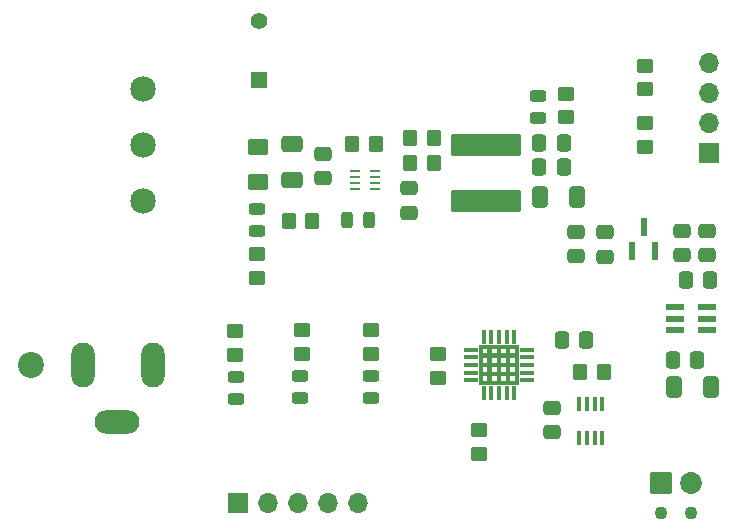
<source format=gbr>
%TF.GenerationSoftware,KiCad,Pcbnew,8.0.3-8.0.3-0~ubuntu24.04.1*%
%TF.CreationDate,2024-07-18T18:47:25-04:00*%
%TF.ProjectId,Power_Supply_Breakout,506f7765-725f-4537-9570-706c795f4272,rev?*%
%TF.SameCoordinates,Original*%
%TF.FileFunction,Soldermask,Top*%
%TF.FilePolarity,Negative*%
%FSLAX46Y46*%
G04 Gerber Fmt 4.6, Leading zero omitted, Abs format (unit mm)*
G04 Created by KiCad (PCBNEW 8.0.3-8.0.3-0~ubuntu24.04.1) date 2024-07-18 18:47:25*
%MOMM*%
%LPD*%
G01*
G04 APERTURE LIST*
G04 Aperture macros list*
%AMRoundRect*
0 Rectangle with rounded corners*
0 $1 Rounding radius*
0 $2 $3 $4 $5 $6 $7 $8 $9 X,Y pos of 4 corners*
0 Add a 4 corners polygon primitive as box body*
4,1,4,$2,$3,$4,$5,$6,$7,$8,$9,$2,$3,0*
0 Add four circle primitives for the rounded corners*
1,1,$1+$1,$2,$3*
1,1,$1+$1,$4,$5*
1,1,$1+$1,$6,$7*
1,1,$1+$1,$8,$9*
0 Add four rect primitives between the rounded corners*
20,1,$1+$1,$2,$3,$4,$5,0*
20,1,$1+$1,$4,$5,$6,$7,0*
20,1,$1+$1,$6,$7,$8,$9,0*
20,1,$1+$1,$8,$9,$2,$3,0*%
G04 Aperture macros list end*
%ADD10C,0.000000*%
%ADD11RoundRect,0.250000X-0.450000X0.350000X-0.450000X-0.350000X0.450000X-0.350000X0.450000X0.350000X0*%
%ADD12RoundRect,0.250000X-0.475000X0.337500X-0.475000X-0.337500X0.475000X-0.337500X0.475000X0.337500X0*%
%ADD13RoundRect,0.250000X0.475000X-0.337500X0.475000X0.337500X-0.475000X0.337500X-0.475000X-0.337500X0*%
%ADD14RoundRect,0.250000X-0.350000X-0.450000X0.350000X-0.450000X0.350000X0.450000X-0.350000X0.450000X0*%
%ADD15RoundRect,0.243750X-0.456250X0.243750X-0.456250X-0.243750X0.456250X-0.243750X0.456250X0.243750X0*%
%ADD16RoundRect,0.250000X-0.337500X-0.475000X0.337500X-0.475000X0.337500X0.475000X-0.337500X0.475000X0*%
%ADD17RoundRect,0.250000X0.337500X0.475000X-0.337500X0.475000X-0.337500X-0.475000X0.337500X-0.475000X0*%
%ADD18RoundRect,0.102000X2.850000X0.800000X-2.850000X0.800000X-2.850000X-0.800000X2.850000X-0.800000X0*%
%ADD19C,2.200000*%
%ADD20O,2.004000X3.804000*%
%ADD21O,3.804000X2.004000*%
%ADD22RoundRect,0.250000X0.450000X-0.350000X0.450000X0.350000X-0.450000X0.350000X-0.450000X-0.350000X0*%
%ADD23RoundRect,0.243750X0.456250X-0.243750X0.456250X0.243750X-0.456250X0.243750X-0.456250X-0.243750X0*%
%ADD24RoundRect,0.243750X0.243750X0.456250X-0.243750X0.456250X-0.243750X-0.456250X0.243750X-0.456250X0*%
%ADD25R,0.330200X1.219200*%
%ADD26R,1.219200X0.330200*%
%ADD27R,1.422400X1.422400*%
%ADD28C,1.422400*%
%ADD29R,0.431800X1.206500*%
%ADD30R,0.609600X1.625600*%
%ADD31R,1.625600X0.558800*%
%ADD32C,2.159000*%
%ADD33R,1.700000X1.700000*%
%ADD34O,1.700000X1.700000*%
%ADD35RoundRect,0.250001X-0.624999X0.462499X-0.624999X-0.462499X0.624999X-0.462499X0.624999X0.462499X0*%
%ADD36RoundRect,0.250000X-0.412500X-0.650000X0.412500X-0.650000X0.412500X0.650000X-0.412500X0.650000X0*%
%ADD37RoundRect,0.250000X0.350000X0.450000X-0.350000X0.450000X-0.350000X-0.450000X0.350000X-0.450000X0*%
%ADD38C,1.100000*%
%ADD39RoundRect,0.102000X-0.825000X-0.825000X0.825000X-0.825000X0.825000X0.825000X-0.825000X0.825000X0*%
%ADD40C,1.854000*%
%ADD41R,0.812800X0.228600*%
%ADD42RoundRect,0.250000X0.650000X-0.412500X0.650000X0.412500X-0.650000X0.412500X-0.650000X-0.412500X0*%
G04 APERTURE END LIST*
D10*
%TO.C,U1*%
G36*
X97318901Y-88464200D02*
G01*
X97010901Y-88464200D01*
X97010901Y-85086000D01*
X97318901Y-85086000D01*
X97318901Y-88464200D01*
G37*
G36*
X98106301Y-88464200D02*
G01*
X97718901Y-88464200D01*
X97718901Y-85086000D01*
X98106301Y-85086000D01*
X98106301Y-88464200D01*
G37*
G36*
X98893701Y-88464200D02*
G01*
X98506301Y-88464200D01*
X98506301Y-85086000D01*
X98893701Y-85086000D01*
X98893701Y-88464200D01*
G37*
G36*
X99681101Y-88464200D02*
G01*
X99293701Y-88464200D01*
X99293701Y-85086000D01*
X99681101Y-85086000D01*
X99681101Y-88464200D01*
G37*
G36*
X100389101Y-85394000D02*
G01*
X97010901Y-85394000D01*
X97010901Y-85086000D01*
X100389101Y-85086000D01*
X100389101Y-85394000D01*
G37*
G36*
X100389101Y-88464200D02*
G01*
X100081101Y-88464200D01*
X100081101Y-85086000D01*
X100389101Y-85086000D01*
X100389101Y-88464200D01*
G37*
G36*
X100389101Y-86181400D02*
G01*
X97010901Y-86181400D01*
X97010901Y-85794000D01*
X100389101Y-85794000D01*
X100389101Y-86181400D01*
G37*
G36*
X100389101Y-86968800D02*
G01*
X97010901Y-86968800D01*
X97010901Y-86581400D01*
X100389101Y-86581400D01*
X100389101Y-86968800D01*
G37*
G36*
X100389101Y-87756200D02*
G01*
X97010901Y-87756200D01*
X97010901Y-87368800D01*
X100389101Y-87368800D01*
X100389101Y-87756200D01*
G37*
G36*
X100389101Y-88464200D02*
G01*
X97010901Y-88464200D01*
X97010901Y-88156200D01*
X100389101Y-88156200D01*
X100389101Y-88464200D01*
G37*
%TD*%
D11*
%TO.C,R10*%
X97000000Y-92300000D03*
X97000000Y-94300000D03*
%TD*%
D12*
%TO.C,C4*%
X91050000Y-71812500D03*
X91050000Y-73887500D03*
%TD*%
D13*
%TO.C,C9*%
X105250000Y-77575000D03*
X105250000Y-75500000D03*
%TD*%
D14*
%TO.C,R4*%
X86300000Y-68100000D03*
X88300000Y-68100000D03*
%TD*%
D11*
%TO.C,R7*%
X78250000Y-77400000D03*
X78250000Y-79400000D03*
%TD*%
%TO.C,R1*%
X104400000Y-63800000D03*
X104400000Y-65800000D03*
%TD*%
D15*
%TO.C,D1*%
X102050000Y-64000000D03*
X102050000Y-65875000D03*
%TD*%
D16*
%TO.C,C5*%
X102112500Y-70050000D03*
X104187500Y-70050000D03*
%TD*%
D13*
%TO.C,C7*%
X114200000Y-77475000D03*
X114200000Y-75400000D03*
%TD*%
%TO.C,C3*%
X83800000Y-70987500D03*
X83800000Y-68912500D03*
%TD*%
D17*
%TO.C,C11*%
X116587500Y-79550000D03*
X114512500Y-79550000D03*
%TD*%
D18*
%TO.C,L1*%
X97600000Y-72862500D03*
X97600000Y-68162500D03*
%TD*%
D19*
%TO.C,J1*%
X59048000Y-86821550D03*
D20*
X69448000Y-86821550D03*
X63448000Y-86821550D03*
D21*
X66348000Y-91621550D03*
%TD*%
D13*
%TO.C,C8*%
X116300000Y-77475000D03*
X116300000Y-75400000D03*
%TD*%
D22*
%TO.C,R6*%
X111100000Y-68300000D03*
X111100000Y-66300000D03*
%TD*%
D23*
%TO.C,D4*%
X87900000Y-89600000D03*
X87900000Y-87725000D03*
%TD*%
D11*
%TO.C,R13*%
X82005000Y-83842500D03*
X82005000Y-85842500D03*
%TD*%
D24*
%TO.C,D3*%
X87737500Y-74500000D03*
X85862500Y-74500000D03*
%TD*%
D25*
%TO.C,U1*%
X100000001Y-84400200D03*
X99350000Y-84400200D03*
X98700001Y-84400200D03*
X98050002Y-84400200D03*
X97400001Y-84400200D03*
D26*
X96325101Y-85475100D03*
X96325101Y-86125101D03*
X96325101Y-86775100D03*
X96325101Y-87425099D03*
X96325101Y-88075100D03*
D25*
X97400001Y-89150000D03*
X98050002Y-89150000D03*
X98700001Y-89150000D03*
X99350000Y-89150000D03*
X100000001Y-89150000D03*
D26*
X101074901Y-88075100D03*
X101074901Y-87425099D03*
X101074901Y-86775100D03*
X101074901Y-86125101D03*
X101074901Y-85475100D03*
%TD*%
D11*
%TO.C,R14*%
X76395000Y-83905000D03*
X76395000Y-85905000D03*
%TD*%
D27*
%TO.C,C1*%
X78350000Y-62650000D03*
D28*
X78350000Y-57646200D03*
%TD*%
D23*
%TO.C,D5*%
X81900000Y-89600000D03*
X81900000Y-87725000D03*
%TD*%
D29*
%TO.C,U4*%
X107449987Y-90075100D03*
X106800001Y-90075100D03*
X106150015Y-90075100D03*
X105500029Y-90075100D03*
X105500029Y-92932600D03*
X106150015Y-92932600D03*
X106800001Y-92932600D03*
X107449987Y-92932600D03*
%TD*%
D11*
%TO.C,R5*%
X111100000Y-61450000D03*
X111100000Y-63450000D03*
%TD*%
D12*
%TO.C,C13*%
X103200001Y-90387600D03*
X103200001Y-92462600D03*
%TD*%
D30*
%TO.C,U2*%
X109999998Y-77137500D03*
X111900000Y-77137500D03*
X110949999Y-75137250D03*
%TD*%
D16*
%TO.C,C6*%
X113412500Y-86350000D03*
X115487500Y-86350000D03*
%TD*%
D23*
%TO.C,D6*%
X76450000Y-89650000D03*
X76450000Y-87775000D03*
%TD*%
D31*
%TO.C,U3*%
X113600000Y-81900000D03*
X113600000Y-82850001D03*
X113600000Y-83800002D03*
X116292400Y-83800002D03*
X116292400Y-82850001D03*
X116292400Y-81900000D03*
%TD*%
D16*
%TO.C,C12*%
X104025000Y-84650000D03*
X106100000Y-84650000D03*
%TD*%
D14*
%TO.C,R8*%
X80900000Y-74550000D03*
X82900000Y-74550000D03*
%TD*%
D32*
%TO.C,SW1*%
X68600000Y-63399999D03*
X68600000Y-68150000D03*
X68600000Y-72900000D03*
%TD*%
D33*
%TO.C,J2*%
X116450000Y-68800000D03*
D34*
X116450000Y-66260000D03*
X116450000Y-63720000D03*
X116450000Y-61180000D03*
%TD*%
D35*
%TO.C,F1*%
X78300000Y-68312500D03*
X78300000Y-71287500D03*
%TD*%
D36*
%TO.C,C16*%
X113537500Y-88650000D03*
X116662500Y-88650000D03*
%TD*%
D37*
%TO.C,R2*%
X93200000Y-67600000D03*
X91200000Y-67600000D03*
%TD*%
D33*
%TO.C,J4*%
X76610000Y-98500000D03*
D34*
X79150000Y-98500000D03*
X81690000Y-98500000D03*
X84230000Y-98500000D03*
X86770000Y-98500000D03*
%TD*%
D11*
%TO.C,R11*%
X87900000Y-83862500D03*
X87900000Y-85862500D03*
%TD*%
D13*
%TO.C,C10*%
X107650000Y-77625000D03*
X107650000Y-75550000D03*
%TD*%
D14*
%TO.C,R12*%
X105575008Y-87403850D03*
X107575008Y-87403850D03*
%TD*%
D38*
%TO.C,J3*%
X112410000Y-99300000D03*
X114950000Y-99300000D03*
D39*
X112410000Y-96760000D03*
D40*
X114950000Y-96760000D03*
%TD*%
D36*
%TO.C,C14*%
X102187500Y-72600000D03*
X105312500Y-72600000D03*
%TD*%
D16*
%TO.C,C2*%
X102112500Y-67950000D03*
X104187500Y-67950000D03*
%TD*%
D41*
%TO.C,U5*%
X86548200Y-70399622D03*
X86548200Y-70899748D03*
X86548200Y-71399874D03*
X86548200Y-71900000D03*
X88250000Y-71900000D03*
X88250000Y-71399874D03*
X88250000Y-70899748D03*
X88250000Y-70399622D03*
%TD*%
D37*
%TO.C,R3*%
X93200000Y-69700000D03*
X91200000Y-69700000D03*
%TD*%
D23*
%TO.C,D2*%
X78250000Y-75450000D03*
X78250000Y-73575000D03*
%TD*%
D11*
%TO.C,R9*%
X93550001Y-85875100D03*
X93550001Y-87875100D03*
%TD*%
D42*
%TO.C,C15*%
X81150000Y-71162500D03*
X81150000Y-68037500D03*
%TD*%
M02*

</source>
